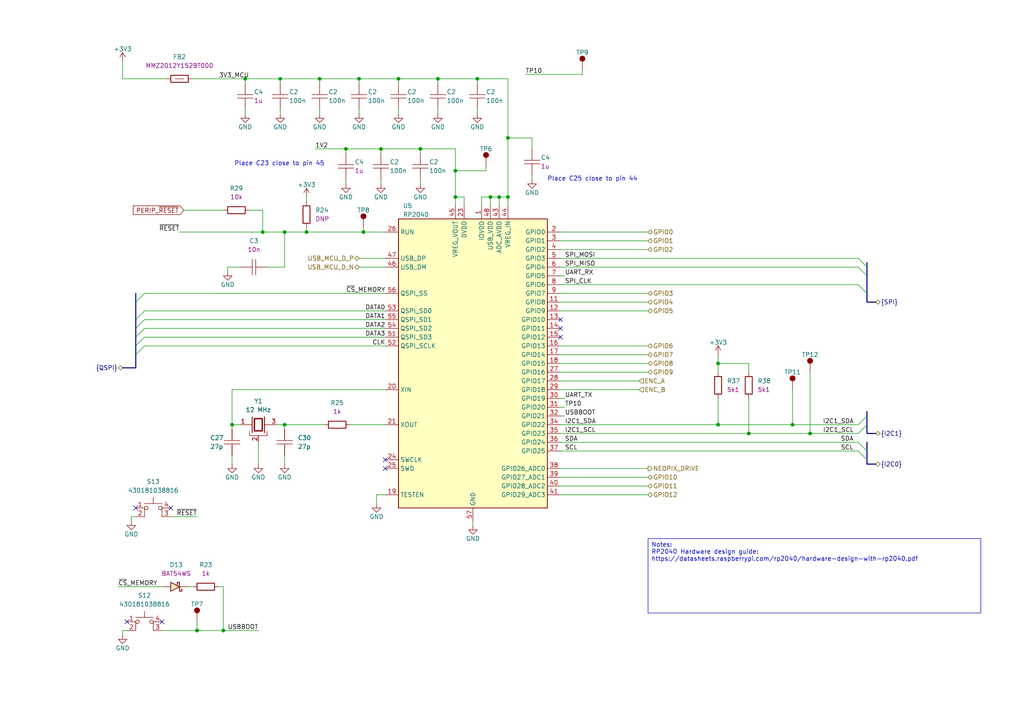
<source format=kicad_sch>
(kicad_sch (version 20231120) (generator "eeschema") (generator_version "8.0")
  (paper "A4")
  (title_block (title "Programmable Keyboard") (date "2024-04-09") (rev "2.1") (company "Kallio Designs Oy") (comment 1 "TL, NH") (comment 3 "PCB_PN"))
  (bus_alias "I2C0" (members "SDA" "SCL"))
  (bus_alias "I2C1" (members "I2C1_SDA" "I2C1_SCL"))
  (bus_alias "QSPI" (members "DATA0" "DATA1" "DATA2" "DATA3" "~{CS}_MEMORY" "CLK"))
  (bus_alias "SPI" (members "SPI_CLK" "SPI_MISO" "SPI_MOSI" "SPI_CS0"))
  (junction (at 142.24 57.15))
  (junction (at 71.12 22.86))
  (junction (at 132.08 49.53))
  (junction (at 104.14 22.86))
  (junction (at 147.32 40.005))
  (junction (at 234.95 125.73))
  (junction (at 88.9 67.31))
  (junction (at 229.87 123.19))
  (junction (at 67.31 123.19))
  (junction (at 147.32 57.15))
  (junction (at 138.43 22.86))
  (junction (at 127 22.86))
  (junction (at 82.55 123.19))
  (junction (at 57.15 182.88))
  (junction (at 144.78 57.15))
  (junction (at 208.28 105.41))
  (junction (at 217.17 125.73))
  (junction (at 92.71 22.86))
  (junction (at 132.08 57.15))
  (junction (at 100.33 43.18))
  (junction (at 105.41 67.31))
  (junction (at 121.92 43.18))
  (junction (at 115.57 22.86))
  (junction (at 81.28 22.86))
  (junction (at 110.49 43.18))
  (junction (at 64.77 182.88))
  (junction (at 208.28 123.19))
  (junction (at 82.55 67.31))
  (junction (at 76.2 67.31))
  (no_connect (at 111.76 133.35))
  (no_connect (at 39.37 147.32))
  (no_connect (at 162.56 92.71))
  (no_connect (at 111.76 135.89))
  (no_connect (at 49.53 147.32))
  (no_connect (at 36.83 180.34))
  (no_connect (at 162.56 95.25))
  (no_connect (at 46.99 180.34))
  (no_connect (at 162.56 97.79))
  (bus_entry (at 39.37 87.63) (size 2.54 -2.54))
  (bus_entry (at 248.92 82.55) (size 2.54 2.54))
  (bus_entry (at 248.92 77.47) (size 2.54 2.54))
  (bus_entry (at 39.37 102.87) (size 2.54 -2.54))
  (bus_entry (at 39.37 97.79) (size 2.54 -2.54))
  (bus_entry (at 248.92 123.19) (size 2.54 -2.54))
  (bus_entry (at 39.37 92.71) (size 2.54 -2.54))
  (bus_entry (at 39.37 100.33) (size 2.54 -2.54))
  (bus_entry (at 248.92 125.73) (size 2.54 -2.54))
  (bus_entry (at 39.37 95.25) (size 2.54 -2.54))
  (bus_entry (at 248.92 74.93) (size 2.54 2.54))
  (bus_entry (at 248.92 130.81) (size 2.54 2.54))
  (bus_entry (at 248.92 128.27) (size 2.54 2.54))
  (wire (pts (xy 110.49 43.18) (xy 121.92 43.18)))
  (wire (pts (xy 154.305 50.8) (xy 154.305 52.07)))
  (wire (pts (xy 64.77 60.96) (xy 53.34 60.96)))
  (bus (pts (xy 251.46 123.19) (xy 251.46 125.73)))
  (wire (pts (xy 71.12 31.75) (xy 71.12 33.02)))
  (wire (pts (xy 187.96 69.85) (xy 162.56 69.85)))
  (wire (pts (xy 187.96 67.31) (xy 162.56 67.31)))
  (wire (pts (xy 163.83 118.11) (xy 162.56 118.11)))
  (wire (pts (xy 137.16 152.4) (xy 137.16 151.13)))
  (wire (pts (xy 104.14 74.93) (xy 111.76 74.93)))
  (wire (pts (xy 187.96 138.43) (xy 162.56 138.43)))
  (bus (pts (xy 39.37 87.63) (xy 39.37 92.71)))
  (wire (pts (xy 162.56 113.03) (xy 185.42 113.03)))
  (wire (pts (xy 162.56 74.93) (xy 248.92 74.93)))
  (wire (pts (xy 121.92 52.07) (xy 121.92 53.34)))
  (wire (pts (xy 105.41 67.31) (xy 111.76 67.31)))
  (wire (pts (xy 147.32 57.15) (xy 144.78 57.15)))
  (wire (pts (xy 162.56 77.47) (xy 248.92 77.47)))
  (wire (pts (xy 217.17 115.57) (xy 217.17 125.73)))
  (wire (pts (xy 163.83 115.57) (xy 162.56 115.57)))
  (wire (pts (xy 41.91 85.09) (xy 111.76 85.09)))
  (wire (pts (xy 82.55 123.19) (xy 82.55 124.46)))
  (wire (pts (xy 88.9 66.04) (xy 88.9 67.31)))
  (wire (pts (xy 162.56 135.89) (xy 187.96 135.89)))
  (wire (pts (xy 187.96 87.63) (xy 162.56 87.63)))
  (wire (pts (xy 142.24 57.15) (xy 139.7 57.15)))
  (wire (pts (xy 81.28 22.86) (xy 92.71 22.86)))
  (wire (pts (xy 115.57 22.86) (xy 127 22.86)))
  (bus (pts (xy 251.46 128.27) (xy 251.46 130.81)))
  (wire (pts (xy 101.6 123.19) (xy 111.76 123.19)))
  (wire (pts (xy 208.28 123.19) (xy 229.87 123.19)))
  (wire (pts (xy 162.56 123.19) (xy 208.28 123.19)))
  (wire (pts (xy 208.28 115.57) (xy 208.28 123.19)))
  (wire (pts (xy 138.43 31.75) (xy 138.43 33.02)))
  (wire (pts (xy 187.96 143.51) (xy 162.56 143.51)))
  (wire (pts (xy 105.41 66.04) (xy 105.41 67.31)))
  (wire (pts (xy 92.71 31.75) (xy 92.71 33.02)))
  (wire (pts (xy 110.49 44.45) (xy 110.49 43.18)))
  (wire (pts (xy 81.28 24.13) (xy 81.28 22.86)))
  (wire (pts (xy 38.1 149.86) (xy 38.1 151.13)))
  (wire (pts (xy 76.2 60.96) (xy 76.2 67.31)))
  (wire (pts (xy 88.9 57.15) (xy 88.9 58.42)))
  (wire (pts (xy 82.55 67.31) (xy 88.9 67.31)))
  (wire (pts (xy 229.87 113.03) (xy 229.87 123.19)))
  (wire (pts (xy 187.96 107.95) (xy 162.56 107.95)))
  (wire (pts (xy 162.56 130.81) (xy 248.92 130.81)))
  (wire (pts (xy 49.53 149.86) (xy 57.15 149.86)))
  (wire (pts (xy 208.28 105.41) (xy 208.28 107.95)))
  (wire (pts (xy 162.56 82.55) (xy 248.92 82.55)))
  (wire (pts (xy 111.76 100.33) (xy 41.91 100.33)))
  (wire (pts (xy 121.92 44.45) (xy 121.92 43.18)))
  (wire (pts (xy 127 22.86) (xy 138.43 22.86)))
  (wire (pts (xy 127 24.13) (xy 127 22.86)))
  (wire (pts (xy 140.97 49.53) (xy 132.08 49.53)))
  (wire (pts (xy 46.99 182.88) (xy 57.15 182.88)))
  (wire (pts (xy 121.92 43.18) (xy 132.08 43.18)))
  (wire (pts (xy 208.28 102.87) (xy 208.28 105.41)))
  (wire (pts (xy 208.28 105.41) (xy 217.17 105.41)))
  (wire (pts (xy 132.08 57.15) (xy 132.08 59.69)))
  (wire (pts (xy 80.01 123.19) (xy 82.55 123.19)))
  (wire (pts (xy 111.76 95.25) (xy 41.91 95.25)))
  (wire (pts (xy 100.33 44.45) (xy 100.33 43.18)))
  (wire (pts (xy 132.08 57.15) (xy 134.62 57.15)))
  (wire (pts (xy 217.17 107.95) (xy 217.17 105.41)))
  (wire (pts (xy 104.14 22.86) (xy 115.57 22.86)))
  (wire (pts (xy 110.49 52.07) (xy 110.49 53.34)))
  (wire (pts (xy 144.78 59.69) (xy 144.78 57.15)))
  (bus (pts (xy 39.37 92.71) (xy 39.37 95.25)))
  (bus (pts (xy 254 87.63) (xy 251.46 87.63)))
  (wire (pts (xy 140.97 48.26) (xy 140.97 49.53)))
  (bus (pts (xy 39.37 100.33) (xy 39.37 102.87)))
  (wire (pts (xy 115.57 31.75) (xy 115.57 33.02)))
  (bus (pts (xy 251.46 76.2) (xy 251.46 77.47)))
  (wire (pts (xy 57.15 182.88) (xy 64.77 182.88)))
  (wire (pts (xy 139.7 57.15) (xy 139.7 59.69)))
  (wire (pts (xy 52.07 67.31) (xy 76.2 67.31)))
  (wire (pts (xy 35.56 182.88) (xy 35.56 184.15)))
  (wire (pts (xy 187.96 90.17) (xy 162.56 90.17)))
  (bus (pts (xy 39.37 97.79) (xy 39.37 100.33)))
  (bus (pts (xy 251.46 133.35) (xy 251.46 134.62)))
  (wire (pts (xy 217.17 125.73) (xy 234.95 125.73)))
  (bus (pts (xy 251.46 85.09) (xy 251.46 87.63)))
  (wire (pts (xy 57.15 180.34) (xy 57.15 182.88)))
  (wire (pts (xy 154.305 43.18) (xy 154.305 40.005)))
  (bus (pts (xy 251.46 130.81) (xy 251.46 133.35)))
  (wire (pts (xy 132.08 49.53) (xy 132.08 57.15)))
  (wire (pts (xy 142.24 59.69) (xy 142.24 57.15)))
  (wire (pts (xy 69.85 123.19) (xy 67.31 123.19)))
  (wire (pts (xy 76.2 67.31) (xy 82.55 67.31)))
  (wire (pts (xy 81.28 22.86) (xy 71.12 22.86)))
  (wire (pts (xy 132.08 49.53) (xy 132.08 43.18)))
  (wire (pts (xy 138.43 24.13) (xy 138.43 22.86)))
  (wire (pts (xy 147.32 59.69) (xy 147.32 57.15)))
  (wire (pts (xy 138.43 22.86) (xy 147.32 22.86)))
  (bus (pts (xy 251.46 80.01) (xy 251.46 85.09)))
  (wire (pts (xy 55.88 170.18) (xy 54.61 170.18)))
  (wire (pts (xy 152.4 21.59) (xy 168.91 21.59)))
  (wire (pts (xy 77.47 77.47) (xy 82.55 77.47)))
  (wire (pts (xy 163.83 80.01) (xy 162.56 80.01)))
  (wire (pts (xy 111.76 97.79) (xy 41.91 97.79)))
  (wire (pts (xy 111.76 143.51) (xy 109.22 143.51)))
  (wire (pts (xy 71.12 24.13) (xy 71.12 22.86)))
  (wire (pts (xy 82.55 77.47) (xy 82.55 67.31)))
  (wire (pts (xy 91.44 43.18) (xy 100.33 43.18)))
  (bus (pts (xy 39.37 102.87) (xy 39.37 106.68)))
  (wire (pts (xy 104.14 77.47) (xy 111.76 77.47)))
  (wire (pts (xy 67.31 123.19) (xy 67.31 124.46)))
  (wire (pts (xy 115.57 24.13) (xy 115.57 22.86)))
  (wire (pts (xy 162.56 125.73) (xy 217.17 125.73)))
  (wire (pts (xy 104.14 24.13) (xy 104.14 22.86)))
  (wire (pts (xy 92.71 24.13) (xy 92.71 22.86)))
  (wire (pts (xy 162.56 110.49) (xy 185.42 110.49)))
  (wire (pts (xy 147.32 22.86) (xy 147.32 40.005)))
  (wire (pts (xy 100.33 52.07) (xy 100.33 53.34)))
  (bus (pts (xy 251.46 77.47) (xy 251.46 80.01)))
  (wire (pts (xy 147.32 40.005) (xy 154.305 40.005)))
  (wire (pts (xy 64.77 170.18) (xy 64.77 182.88)))
  (wire (pts (xy 88.9 67.31) (xy 105.41 67.31)))
  (wire (pts (xy 104.14 31.75) (xy 104.14 33.02)))
  (wire (pts (xy 127 31.75) (xy 127 33.02)))
  (wire (pts (xy 34.29 170.18) (xy 46.99 170.18)))
  (wire (pts (xy 66.04 77.47) (xy 66.04 78.74)))
  (wire (pts (xy 55.88 22.86) (xy 71.12 22.86)))
  (wire (pts (xy 111.76 92.71) (xy 41.91 92.71)))
  (wire (pts (xy 69.85 77.47) (xy 66.04 77.47)))
  (wire (pts (xy 162.56 120.65) (xy 163.83 120.65)))
  (wire (pts (xy 111.76 113.03) (xy 67.31 113.03)))
  (wire (pts (xy 144.78 57.15) (xy 142.24 57.15)))
  (wire (pts (xy 81.28 31.75) (xy 81.28 33.02)))
  (wire (pts (xy 187.96 105.41) (xy 162.56 105.41)))
  (wire (pts (xy 134.62 59.69) (xy 134.62 57.15)))
  (wire (pts (xy 63.5 170.18) (xy 64.77 170.18)))
  (wire (pts (xy 187.96 100.33) (xy 162.56 100.33)))
  (wire (pts (xy 168.91 21.59) (xy 168.91 20.32)))
  (bus (pts (xy 251.46 120.65) (xy 251.46 123.19)))
  (wire (pts (xy 36.83 182.88) (xy 35.56 182.88)))
  (wire (pts (xy 48.26 22.86) (xy 35.56 22.86)))
  (wire (pts (xy 74.93 134.62) (xy 74.93 128.27)))
  (wire (pts (xy 162.56 128.27) (xy 248.92 128.27)))
  (bus (pts (xy 251.46 119.38) (xy 251.46 120.65)))
  (wire (pts (xy 187.96 72.39) (xy 162.56 72.39)))
  (wire (pts (xy 35.56 22.86) (xy 35.56 17.78)))
  (wire (pts (xy 111.76 90.17) (xy 41.91 90.17)))
  (bus (pts (xy 254 125.73) (xy 251.46 125.73)))
  (bus (pts (xy 39.37 106.68) (xy 35.56 106.68)))
  (wire (pts (xy 229.87 123.19) (xy 248.92 123.19)))
  (wire (pts (xy 187.96 140.97) (xy 162.56 140.97)))
  (wire (pts (xy 234.95 125.73) (xy 248.92 125.73)))
  (wire (pts (xy 234.95 107.95) (xy 234.95 125.73)))
  (bus (pts (xy 254 134.62) (xy 251.46 134.62)))
  (wire (pts (xy 187.96 102.87) (xy 162.56 102.87)))
  (wire (pts (xy 72.39 60.96) (xy 76.2 60.96)))
  (wire (pts (xy 92.71 22.86) (xy 104.14 22.86)))
  (wire (pts (xy 82.55 134.62) (xy 82.55 132.08)))
  (wire (pts (xy 100.33 43.18) (xy 110.49 43.18)))
  (wire (pts (xy 67.31 134.62) (xy 67.31 132.08)))
  (wire (pts (xy 109.22 143.51) (xy 109.22 146.05)))
  (wire (pts (xy 39.37 149.86) (xy 38.1 149.86)))
  (wire (pts (xy 187.96 85.09) (xy 162.56 85.09)))
  (wire (pts (xy 147.32 40.005) (xy 147.32 57.15)))
  (wire (pts (xy 67.31 113.03) (xy 67.31 123.19)))
  (bus (pts (xy 39.37 85.09) (xy 39.37 87.63)))
  (wire (pts (xy 82.55 123.19) (xy 93.98 123.19)))
  (bus (pts (xy 39.37 95.25) (xy 39.37 97.79)))
  (wire (pts (xy 64.77 182.88) (xy 74.93 182.88)))
  (text_box "Notes:\nRP2040 Hardware design guide:\nhttps://datasheets.raspberrypi.com/rp2040/hardware-design-with-rp2040.pdf\n" (at 187.96 156.21 0) (size 96.52 21.59) (effects (font (size 1.27 1.27)) (justify left top)))
  (text "Place C25 close to pin 44" (at 158.75 52.705 0) (effects (font (size 1.27 1.27)) (justify left bottom)))
  (text "Place C23 close to pin 45" (at 67.945 48.26 0) (effects (font (size 1.27 1.27)) (justify left bottom)))
  (label "USBBOOT" (at 163.83 120.65 0))
  (label "I2C1_SCL" (at 163.83 125.73 0))
  (label "SPI_CLK" (at 163.83 82.55 0))
  (label "SDA" (at 163.83 128.27 0))
  (label "DATA1" (at 111.76 92.71 180))
  (label "USBBOOT" (at 74.93 182.88 180))
  (label "SCL" (at 243.84 130.81 0))
  (label "TP10" (at 163.83 118.11 0))
  (label "3V3_MCU" (at 63.5 22.86 0))
  (label "~{CS}_MEMORY" (at 34.29 170.18 0))
  (label "I2C1_SCL" (at 247.65 125.73 180))
  (label "CLK" (at 111.76 100.33 180))
  (label "SCL" (at 163.83 130.81 0))
  (label "DATA0" (at 111.76 90.17 180))
  (label "UART_TX" (at 163.83 115.57 0))
  (label "DATA3" (at 111.76 97.79 180))
  (label "~{CS}_MEMORY" (at 111.76 85.09 180))
  (label "I2C1_SDA" (at 247.65 123.19 180))
  (label "DATA2" (at 111.76 95.25 180))
  (label "SPI_MOSI" (at 163.83 74.93 0))
  (label "~{RESET}" (at 52.07 67.31 180))
  (label "1V2" (at 91.44 43.18 0))
  (label "TP10" (at 152.4 21.59 0))
  (label "I2C1_SDA" (at 163.83 123.19 0))
  (label "SPI_MISO" (at 163.83 77.47 0))
  (label "UART_RX" (at 163.83 80.01 0))
  (label "SDA" (at 243.84 128.27 0))
  (label "~{RESET}" (at 57.15 149.86 180))
  (global_label "PERIP_~{RESET}" (shape input) (at 53.34 60.96 180) (property "Intersheetrefs" "${INTERSHEET_REFS}" (effects (hide yes))))
  (hierarchical_label "GPIO9" (shape bidirectional) (at 187.96 107.95 0))
  (hierarchical_label "GPIO11" (shape bidirectional) (at 187.96 140.97 0))
  (hierarchical_label "{I2C0}" (shape bidirectional) (at 254 134.62 0))
  (hierarchical_label "USB_MCU_D_P" (shape bidirectional) (at 104.14 74.93 180))
  (hierarchical_label "GPIO12" (shape bidirectional) (at 187.96 143.51 0))
  (hierarchical_label "GPIO5" (shape bidirectional) (at 187.96 90.17 0))
  (hierarchical_label "GPIO6" (shape bidirectional) (at 187.96 100.33 0))
  (hierarchical_label "GPIO8" (shape bidirectional) (at 187.96 105.41 0))
  (hierarchical_label "{I2C1}" (shape bidirectional) (at 254 125.73 0))
  (hierarchical_label "USB_MCU_D_N" (shape bidirectional) (at 104.14 77.47 180))
  (hierarchical_label "{QSPI}" (shape bidirectional) (at 35.56 106.68 180))
  (hierarchical_label "GPIO2" (shape bidirectional) (at 187.96 72.39 0))
  (hierarchical_label "ENC_B" (shape input) (at 185.42 113.03 0))
  (hierarchical_label "{SPI}" (shape bidirectional) (at 254 87.63 0))
  (hierarchical_label "GPIO1" (shape bidirectional) (at 187.96 69.85 0))
  (hierarchical_label "GPIO7" (shape bidirectional) (at 187.96 102.87 0))
  (hierarchical_label "GPIO4" (shape bidirectional) (at 187.96 87.63 0))
  (hierarchical_label "ENC_A" (shape input) (at 185.42 110.49 0))
  (hierarchical_label "GPIO10" (shape bidirectional) (at 187.96 138.43 0))
  (hierarchical_label "NEOPIX_DRIVE" (shape output) (at 187.96 135.89 0))
  (hierarchical_label "GPIO0" (shape bidirectional) (at 187.96 67.31 0))
  (hierarchical_label "GPIO3" (shape bidirectional) (at 187.96 85.09 0))
  (symbol (lib_id "KD_Capacitor:C_0603_100n_X7R_50V") (at 127 27.94 0) (unit 1)
    (property "Reference" "C2" (at 129.54 26.67 0) (effects (justify left)))
    (property "Value" "100n" (at 129.54 29.21 0) (effects (justify left)))
    (property "Footprint" "KD_Capacitor:CAPC1608X90N" (effects (hide yes)))
    (property "Datasheet" "https://mm.digikey.com/Volume0/opasdata/d220001/medias/docus/658/CL10B104KB8NNWC_Spec.pdf" (effects (hide yes)))
    (property "Manufacturer" "Samsung" (effects (hide yes)))
    (property "MFG_PartNo" "CL10B104KB8NNWC" (effects (hide yes)))
    (property "Supplier" "Digi-Key" (effects (hide yes)))
    (property "Supplier_PartNo" "1276-1935-1-ND" (effects (hide yes)))
    (property "DNP" "F" (effects (hide yes)))
    (property "Price" "0.01" (effects (hide yes)))
    (instances (project "000052 RCCON" (path "" (reference "C2") (unit 1))) (project "000018 PGKB" (path "" (reference "C34") (unit 1))))
  )
  (symbol (lib_id "KD_Connector_Pads:TestPoint_2.5mm_H0.9") (at 57.15 180.34 0) (unit 1)
    (property "Reference" "TP7" (at 57.15 175.26 0))
    (property "Value" "TP D2.5 mm H0.9mm" (effects (hide yes)))
    (property "Footprint" "KD_Connector_Pads:TestPoint_Pad_D2.5mm_H0.9mm" (effects (hide yes)))
    (property "Datasheet" "DNP" (effects (hide yes)))
    (property "Code" "DNP" (effects (hide yes)))
    (property "Manufacturer" "DNP" (effects (hide yes)))
    (property "MFG_PartNo" "DNP" (effects (hide yes)))
    (property "Supplier" "DNP" (effects (hide yes)))
    (property "Supplier_PartNo" "DNP" (effects (hide yes)))
    (property "DNP" "T" (effects (hide yes)))
    (property "Price" "0.00" (effects (hide yes)))
  )
  (symbol (lib_id "power:GND") (at 82.55 134.62 0) (mirror y) (unit 1)
    (property "Reference" "#GND05" (effects (hide yes)))
    (property "Value" "GND" (at 82.55 138.43 0))
    (instances (project "000052 RCCON" (path "" (reference "#GND05") (unit 1))) (project "000018 PGKB" (path "" (reference "#GND023") (unit 1))))
  )
  (symbol (lib_id "power:GND") (at 71.12 33.02 0) (mirror y) (unit 1)
    (property "Reference" "#GND04" (effects (hide yes)))
    (property "Value" "GND" (at 71.12 36.83 0))
    (instances (project "000052 RCCON" (path "" (reference "#GND04") (unit 1))) (project "000018 PGKB" (path "" (reference "#GND020") (unit 1))))
  )
  (symbol (lib_id "KD_IC_MCU:RPi_RP2040") (at 137.16 102.87 0) (unit 1)
    (property "Reference" "U5" (at 116.84 59.69 0) (effects (justify left)))
    (property "Value" "RP2040" (at 116.84 62.23 0) (effects (justify left)))
    (property "Footprint" "Package_DFN_QFN:QFN-56-1EP_7x7mm_P0.4mm_EP3.2x3.2mm" (effects (hide yes)))
    (property "Datasheet" "datasheet" (effects (hide yes)))
    (property "Manufacturer" "Raspberry Pi" (effects (hide yes)))
    (property "MFG_PartNo" "SC0914(13)" (effects (hide yes)))
    (property "Supplier" "Digi-Key" (effects (hide yes)))
    (property "Supplier_PartNo" "2648-SC0914(13)CT-ND" (effects (hide yes)))
    (property "DNP" "F" (effects (hide yes)))
    (property "Price" "0.66" (effects (hide yes)))
  )
  (symbol (lib_id "power:GND") (at 127 33.02 0) (mirror y) (unit 1)
    (property "Reference" "#GND02" (effects (hide yes)))
    (property "Value" "GND" (at 127 36.83 0))
    (instances (project "000052 RCCON" (path "" (reference "#GND02") (unit 1))) (project "000018 PGKB" (path "" (reference "#GND028") (unit 1))))
  )
  (symbol (lib_id "KD_Capacitor:C_0603_100n_X7R_50V") (at 92.71 27.94 0) (unit 1)
    (property "Reference" "C2" (at 95.25 26.67 0) (effects (justify left)))
    (property "Value" "100n" (at 95.25 29.21 0) (effects (justify left)))
    (property "Footprint" "KD_Capacitor:CAPC1608X90N" (effects (hide yes)))
    (property "Datasheet" "https://mm.digikey.com/Volume0/opasdata/d220001/medias/docus/658/CL10B104KB8NNWC_Spec.pdf" (effects (hide yes)))
    (property "Manufacturer" "Samsung" (effects (hide yes)))
    (property "MFG_PartNo" "CL10B104KB8NNWC" (effects (hide yes)))
    (property "Supplier" "Digi-Key" (effects (hide yes)))
    (property "Supplier_PartNo" "1276-1935-1-ND" (effects (hide yes)))
    (property "DNP" "F" (effects (hide yes)))
    (property "Price" "0.01" (effects (hide yes)))
    (instances (project "000052 RCCON" (path "" (reference "C2") (unit 1))) (project "000018 PGKB" (path "" (reference "C31") (unit 1))))
  )
  (symbol (lib_id "KD_Resistor:R_0603_5100_1%") (at 208.28 111.76 0) (unit 1)
    (property "Reference" "R37" (at 210.82 110.49 0) (effects (justify left)))
    (property "Value" "R_0603_5100_1%" (effects (hide yes)))
    (property "Footprint" "KD_Resistor:RESC1608X55N" (effects (hide yes)))
    (property "Datasheet" "https://www.seielect.com/catalog/sei-rmcf_rmcp.pdf" (effects (hide yes)))
    (property "Code" "5k1" (at 210.82 113.03 0) (effects (justify left)))
    (property "Manufacturer" "Stackpole Electronics Inc" (effects (hide yes)))
    (property "MFG_PartNo" "RMCF0603JT5K10" (effects (hide yes)))
    (property "Supplier" "Digi-Key" (effects (hide yes)))
    (property "Supplier_PartNo" "RMCF0603JT5K10CT-ND" (effects (hide yes)))
    (property "DNP" "F" (effects (hide yes)))
    (property "Price" "0.01" (effects (hide yes)))
    (instances (project "000052 RCCON" (path "" (reference "R37") (unit 1))) (project "000018 PGKB" (path "" (reference "R26") (unit 1))))
  )
  (symbol (lib_id "power:GND") (at 115.57 33.02 0) (mirror y) (unit 1)
    (property "Reference" "#GND02" (effects (hide yes)))
    (property "Value" "GND" (at 115.57 36.83 0))
    (instances (project "000052 RCCON" (path "" (reference "#GND02") (unit 1))) (project "000018 PGKB" (path "" (reference "#GND027") (unit 1))))
  )
  (symbol (lib_id "power:GND") (at 35.56 184.15 0) (mirror y) (unit 1)
    (property "Reference" "#GND052" (effects (hide yes)))
    (property "Value" "GND" (at 35.56 187.96 0))
    (instances (project "000052 RCCON" (path "" (reference "#GND052") (unit 1))) (project "000018 PGKB" (path "" (reference "#GND013") (unit 1))))
  )
  (symbol (lib_id "power:GND") (at 81.28 33.02 0) (mirror y) (unit 1)
    (property "Reference" "#GND02" (effects (hide yes)))
    (property "Value" "GND" (at 81.28 36.83 0))
    (instances (project "000052 RCCON" (path "" (reference "#GND02") (unit 1))) (project "000018 PGKB" (path "" (reference "#GND022") (unit 1))))
  )
  (symbol (lib_id "KD_Capacitor:C_0805_1u_X7R_25V") (at 154.305 46.99 0) (unit 1)
    (property "Reference" "C4" (at 156.845 45.72 0) (effects (justify left)))
    (property "Value" "1u" (effects (hide yes)))
    (property "Footprint" "KD_Capacitor:CAPC2012X135N" (effects (hide yes)))
    (property "Datasheet" "https://mm.digikey.com/Volume0/opasdata/d220001/medias/docus/1105/CL21B105KAFNNNE_Spec.pdf" (effects (hide yes)))
    (property "Code" "1u" (at 156.845 48.26 0) (effects (justify left)))
    (property "Manufacturer" "Samsung Electro-Mechanics" (effects (hide yes)))
    (property "MFG_PartNo" "CL21B105KAFNNNE" (effects (hide yes)))
    (property "Supplier" "Digi-Key" (effects (hide yes)))
    (property "Supplier_PartNo" "1276-1066-1-ND" (effects (hide yes)))
    (property "DNP" "F" (effects (hide yes)))
    (property "Price" "0.03" (effects (hide yes)))
    (instances (project "000052 RCCON" (path "" (reference "C4") (unit 1))) (project "000018 PGKB" (path "" (reference "C25") (unit 1))))
  )
  (symbol (lib_id "KD_Switch:Button_tactile_45x38_430181038816") (at 41.91 180.34 0) (unit 1)
    (property "Reference" "S12" (at 41.91 172.72 0))
    (property "Value" "430181038816" (at 41.91 175.26 0))
    (property "Footprint" "KD_Switch:SW_Push_1P1T_NO_Wurth_430181038816" (effects (hide yes)))
    (property "Datasheet" "https://www.mouser.fi/datasheet/2/445/430181038816-1717160.pdf" (effects (hide yes)))
    (property "Manufacturer" "Wurth Elektronik" (effects (hide yes)))
    (property "MFG_PartNo" "430181038816" (effects (hide yes)))
    (property "Supplier" "Mouser" (effects (hide yes)))
    (property "Supplier_PartNo" "710-430181038816" (effects (hide yes)))
    (property "DNP" "F" (effects (hide yes)))
    (property "Price" "0.5" (effects (hide yes)))
  )
  (symbol (lib_id "power:GND") (at 154.305 52.07 0) (mirror y) (unit 1)
    (property "Reference" "#GND04" (effects (hide yes)))
    (property "Value" "GND" (at 154.305 55.88 0))
    (instances (project "000052 RCCON" (path "" (reference "#GND04") (unit 1))) (project "000018 PGKB" (path "" (reference "#GND017") (unit 1))))
  )
  (symbol (lib_id "power:GND") (at 109.22 146.05 0) (mirror y) (unit 1)
    (property "Reference" "#GND06" (effects (hide yes)))
    (property "Value" "GND" (at 109.22 149.86 0))
    (instances (project "000052 RCCON" (path "" (reference "#GND06") (unit 1))) (project "000018 PGKB" (path "" (reference "#GND026") (unit 1))))
  )
  (symbol (lib_id "KD_Capacitor:C_0603_100n_X7R_50V") (at 121.92 48.26 0) (unit 1)
    (property "Reference" "C2" (at 124.46 46.99 0) (effects (justify left)))
    (property "Value" "100n" (at 124.46 49.53 0) (effects (justify left)))
    (property "Footprint" "KD_Capacitor:CAPC1608X90N" (effects (hide yes)))
    (property "Datasheet" "https://mm.digikey.com/Volume0/opasdata/d220001/medias/docus/658/CL10B104KB8NNWC_Spec.pdf" (effects (hide yes)))
    (property "Manufacturer" "Samsung" (effects (hide yes)))
    (property "MFG_PartNo" "CL10B104KB8NNWC" (effects (hide yes)))
    (property "Supplier" "Digi-Key" (effects (hide yes)))
    (property "Supplier_PartNo" "1276-1935-1-ND" (effects (hide yes)))
    (property "DNP" "F" (effects (hide yes)))
    (property "Price" "0.01" (effects (hide yes)))
    (instances (project "000052 RCCON" (path "" (reference "C2") (unit 1))) (project "000018 PGKB" (path "" (reference "C26") (unit 1))))
  )
  (symbol (lib_id "power:GND") (at 138.43 33.02 0) (mirror y) (unit 1)
    (property "Reference" "#GND02" (effects (hide yes)))
    (property "Value" "GND" (at 138.43 36.83 0))
    (instances (project "000052 RCCON" (path "" (reference "#GND02") (unit 1))) (project "000018 PGKB" (path "" (reference "#GND030") (unit 1))))
  )
  (symbol (lib_id "KD_Connector_Pads:TestPoint_2.5mm_H0.9") (at 140.97 48.26 0) (unit 1)
    (property "Reference" "TP6" (at 140.97 43.18 0))
    (property "Value" "TP D2.5 mm H0.9mm" (effects (hide yes)))
    (property "Footprint" "KD_Connector_Pads:TestPoint_Pad_D2.5mm_H0.9mm" (effects (hide yes)))
    (property "Datasheet" "DNP" (effects (hide yes)))
    (property "Code" "DNP" (effects (hide yes)))
    (property "Manufacturer" "DNP" (effects (hide yes)))
    (property "MFG_PartNo" "DNP" (effects (hide yes)))
    (property "Supplier" "DNP" (effects (hide yes)))
    (property "Supplier_PartNo" "DNP" (effects (hide yes)))
    (property "DNP" "T" (effects (hide yes)))
    (property "Price" "0.00" (effects (hide yes)))
  )
  (symbol (lib_id "KD_Connector_Pads:TestPoint_2.5mm_H0.9") (at 234.95 107.95 0) (unit 1)
    (property "Reference" "TP12" (at 234.95 102.87 0))
    (property "Value" "TP D2.5 mm H0.9mm" (effects (hide yes)))
    (property "Footprint" "KD_Connector_Pads:TestPoint_Pad_D2.5mm_H0.9mm" (effects (hide yes)))
    (property "Datasheet" "DNP" (effects (hide yes)))
    (property "Code" "DNP" (effects (hide yes)))
    (property "Manufacturer" "DNP" (effects (hide yes)))
    (property "MFG_PartNo" "DNP" (effects (hide yes)))
    (property "Supplier" "DNP" (effects (hide yes)))
    (property "Supplier_PartNo" "DNP" (effects (hide yes)))
    (property "DNP" "T" (effects (hide yes)))
    (property "Price" "0.00" (effects (hide yes)))
  )
  (symbol (lib_id "KD_Connector_Pads:TestPoint_1.5mm_Round") (at 168.91 20.32 0) (unit 1)
    (property "Reference" "TP9" (at 168.91 15.24 0))
    (property "Value" "TestPoint_1.5mm_Round" (effects (hide yes)))
    (property "Footprint" "KD_Connector_Pads:TestPoint_Pad_D1.5mm" (effects (hide yes)))
    (property "Datasheet" "DNP" (effects (hide yes)))
    (property "Code" "DNP" (effects (hide yes)))
    (property "Manufacturer" "DNP" (effects (hide yes)))
    (property "MFG_PartNo" "DNP" (effects (hide yes)))
    (property "Supplier" "DNP" (effects (hide yes)))
    (property "Supplier_PartNo" "DNP" (effects (hide yes)))
    (property "DNP" "T" (effects (hide yes)))
    (property "Price" "0.00" (effects (hide yes)))
  )
  (symbol (lib_id "KD_Capacitor:C_0603_100n_X7R_50V") (at 104.14 27.94 0) (unit 1)
    (property "Reference" "C2" (at 106.68 26.67 0) (effects (justify left)))
    (property "Value" "100n" (at 106.68 29.21 0) (effects (justify left)))
    (property "Footprint" "KD_Capacitor:CAPC1608X90N" (effects (hide yes)))
    (property "Datasheet" "https://mm.digikey.com/Volume0/opasdata/d220001/medias/docus/658/CL10B104KB8NNWC_Spec.pdf" (effects (hide yes)))
    (property "Manufacturer" "Samsung" (effects (hide yes)))
    (property "MFG_PartNo" "CL10B104KB8NNWC" (effects (hide yes)))
    (property "Supplier" "Digi-Key" (effects (hide yes)))
    (property "Supplier_PartNo" "1276-1935-1-ND" (effects (hide yes)))
    (property "DNP" "F" (effects (hide yes)))
    (property "Price" "0.01" (effects (hide yes)))
    (instances (project "000052 RCCON" (path "" (reference "C2") (unit 1))) (project "000018 PGKB" (path "" (reference "C32") (unit 1))))
  )
  (symbol (lib_id "power:+3V3") (at 208.28 102.87 0) (unit 1)
    (property "Reference" "#+3V07" (effects (hide yes)))
    (property "Value" "+3V3" (at 208.28 99.314 0))
    (instances (project "000052 RCCON" (path "" (reference "#+3V07") (unit 1))) (project "000018 PGKB" (path "" (reference "#+3V06") (unit 1))))
  )
  (symbol (lib_id "KD_Capacitor:C_0603_10n_X7R_100V") (at 73.66 77.47 90) (unit 1)
    (property "Reference" "C3" (at 73.66 69.85 90))
    (property "Value" "10n" (effects (hide yes)))
    (property "Footprint" "KD_Capacitor:CAPC1608X90N" (effects (hide yes)))
    (property "Datasheet" "datasheet" (effects (hide yes)))
    (property "Code" "10n" (at 73.66 72.39 90))
    (property "Manufacturer" "TDK Corporation" (effects (hide yes)))
    (property "MFG_PartNo" "C1608X7R2A103K080AA" (effects (hide yes)))
    (property "Supplier" "Digi-Key" (effects (hide yes)))
    (property "Supplier_PartNo" "445-1304-1-ND" (effects (hide yes)))
    (property "DNP" "F" (effects (hide yes)))
    (property "Price" "0.05" (effects (hide yes)))
  )
  (symbol (lib_id "KD_Resistor:R_0603_5100_1%") (at 217.17 111.76 0) (unit 1)
    (property "Reference" "R38" (at 219.71 110.49 0) (effects (justify left)))
    (property "Value" "R_0603_5100_1%" (effects (hide yes)))
    (property "Footprint" "KD_Resistor:RESC1608X55N" (effects (hide yes)))
    (property "Datasheet" "https://www.seielect.com/catalog/sei-rmcf_rmcp.pdf" (effects (hide yes)))
    (property "Code" "5k1" (at 219.71 113.03 0) (effects (justify left)))
    (property "Manufacturer" "Stackpole Electronics Inc" (effects (hide yes)))
    (property "MFG_PartNo" "RMCF0603JT5K10" (effects (hide yes)))
    (property "Supplier" "Digi-Key" (effects (hide yes)))
    (property "Supplier_PartNo" "RMCF0603JT5K10CT-ND" (effects (hide yes)))
    (property "DNP" "F" (effects (hide yes)))
    (property "Price" "0.01" (effects (hide yes)))
    (instances (project "000052 RCCON" (path "" (reference "R38") (unit 1))) (project "000018 PGKB" (path "" (reference "R27") (unit 1))))
  )
  (symbol (lib_id "power:GND") (at 92.71 33.02 0) (mirror y) (unit 1)
    (property "Reference" "#GND02" (effects (hide yes)))
    (property "Value" "GND" (at 92.71 36.83 0))
    (instances (project "000052 RCCON" (path "" (reference "#GND02") (unit 1))) (project "000018 PGKB" (path "" (reference "#GND024") (unit 1))))
  )
  (symbol (lib_id "KD_Oscillator:Crystal_12M_RH100-12.000-18-2020-EXT-TR") (at 74.93 123.19 0) (unit 1)
    (property "Reference" "Y1" (at 74.93 116.332 0))
    (property "Value" "12 MHz" (at 74.93 118.872 0))
    (property "Footprint" "KD_Oscillator:OSCCC320X250X70_M" (effects (hide yes)))
    (property "Datasheet" "https://www.raltron.com/webproducts/specs/CRYSTAL/RH100-12.000-18-2020-EXT-TR.pdf" (effects (hide yes)))
    (property "Manufacturer" "Raltron Electronics" (effects (hide yes)))
    (property "MFG_PartNo" "RH100-12.000-18-2020-EXT-TR" (effects (hide yes)))
    (property "Supplier" "Digi-Key" (effects (hide yes)))
    (property "Supplier_PartNo" "2151-RH100-12.000-18-2020-EXT-TRCT-ND" (effects (hide yes)))
    (property "DNP" "F" (effects (hide yes)))
    (property "Price" "0.2" (effects (hide yes)))
  )
  (symbol (lib_id "KD_Connector_Pads:TestPoint_2.5mm_H0.9") (at 105.41 66.04 0) (unit 1)
    (property "Reference" "TP8" (at 105.41 60.96 0))
    (property "Value" "TP D2.5 mm H0.9mm" (effects (hide yes)))
    (property "Footprint" "KD_Connector_Pads:TestPoint_Pad_D2.5mm_H0.9mm" (effects (hide yes)))
    (property "Datasheet" "DNP" (effects (hide yes)))
    (property "Code" "DNP" (effects (hide yes)))
    (property "Manufacturer" "DNP" (effects (hide yes)))
    (property "MFG_PartNo" "DNP" (effects (hide yes)))
    (property "Supplier" "DNP" (effects (hide yes)))
    (property "Supplier_PartNo" "DNP" (effects (hide yes)))
    (property "DNP" "T" (effects (hide yes)))
    (property "Price" "0.00" (effects (hide yes)))
  )
  (symbol (lib_id "KD_Switch:Button_tactile_45x38_430181038816") (at 44.45 147.32 0) (unit 1)
    (property "Reference" "S13" (at 44.45 139.7 0))
    (property "Value" "430181038816" (at 44.45 142.24 0))
    (property "Footprint" "KD_Switch:SW_Push_1P1T_NO_Wurth_430181038816" (effects (hide yes)))
    (property "Datasheet" "https://www.mouser.fi/datasheet/2/445/430181038816-1717160.pdf" (effects (hide yes)))
    (property "Manufacturer" "Wurth Elektronik" (effects (hide yes)))
    (property "MFG_PartNo" "430181038816" (effects (hide yes)))
    (property "Supplier" "Mouser" (effects (hide yes)))
    (property "Supplier_PartNo" "710-430181038816" (effects (hide yes)))
    (property "DNP" "F" (effects (hide yes)))
    (property "Price" "0.5" (effects (hide yes)))
  )
  (symbol (lib_id "power:+3V3") (at 88.9 57.15 0) (unit 1)
    (property "Reference" "#+3V02" (effects (hide yes)))
    (property "Value" "+3V3" (at 88.9 53.594 0))
    (instances (project "000052 RCCON" (path "" (reference "#+3V02") (unit 1))) (project "000018 PGKB" (path "" (reference "#+3V05") (unit 1))))
  )
  (symbol (lib_id "power:GND") (at 74.93 134.62 0) (mirror y) (unit 1)
    (property "Reference" "#GND05" (effects (hide yes)))
    (property "Value" "GND" (at 74.93 138.43 0))
    (instances (project "000052 RCCON" (path "" (reference "#GND05") (unit 1))) (project "000018 PGKB" (path "" (reference "#GND021") (unit 1))))
  )
  (symbol (lib_id "KD_Capacitor:C_0603_100n_X7R_50V") (at 115.57 27.94 0) (unit 1)
    (property "Reference" "C2" (at 118.11 26.67 0) (effects (justify left)))
    (property "Value" "100n" (at 118.11 29.21 0) (effects (justify left)))
    (property "Footprint" "KD_Capacitor:CAPC1608X90N" (effects (hide yes)))
    (property "Datasheet" "https://mm.digikey.com/Volume0/opasdata/d220001/medias/docus/658/CL10B104KB8NNWC_Spec.pdf" (effects (hide yes)))
    (property "Manufacturer" "Samsung" (effects (hide yes)))
    (property "MFG_PartNo" "CL10B104KB8NNWC" (effects (hide yes)))
    (property "Supplier" "Digi-Key" (effects (hide yes)))
    (property "Supplier_PartNo" "1276-1935-1-ND" (effects (hide yes)))
    (property "DNP" "F" (effects (hide yes)))
    (property "Price" "0.01" (effects (hide yes)))
    (instances (project "000052 RCCON" (path "" (reference "C2") (unit 1))) (project "000018 PGKB" (path "" (reference "C33") (unit 1))))
  )
  (symbol (lib_id "KD_Resistor:R_0603_1k_1%") (at 59.69 170.18 90) (unit 1)
    (property "Reference" "R23" (at 59.69 163.83 90))
    (property "Value" "1k" (effects (hide yes)))
    (property "Footprint" "KD_Resistor:RESC1608X55N" (effects (hide yes)))
    (property "Datasheet" "https://www.seielect.com/Catalog/SEI-RMCF_RMCP.pdf" (effects (hide yes)))
    (property "Code" "1k" (at 59.69 166.37 90))
    (property "Manufacturer" "Stackpole Electronics Inc" (effects (hide yes)))
    (property "MFG_PartNo" "RMCF0603JT1K00" (effects (hide yes)))
    (property "Supplier" "Digi-Key" (effects (hide yes)))
    (property "Supplier_PartNo" "RMCF0603JT1K00CT-ND" (effects (hide yes)))
    (property "DNP" "F" (effects (hide yes)))
    (property "Price" "0.01" (effects (hide yes)))
  )
  (symbol (lib_id "power:+3V3") (at 35.56 17.78 0) (unit 1)
    (property "Reference" "#+3V02" (effects (hide yes)))
    (property "Value" "+3V3" (at 35.56 14.224 0))
    (instances (project "000052 RCCON" (path "" (reference "#+3V02") (unit 1))) (project "000018 PGKB" (path "" (reference "#+3V04") (unit 1))))
  )
  (symbol (lib_id "power:GND") (at 100.33 53.34 0) (mirror y) (unit 1)
    (property "Reference" "#GND04" (effects (hide yes)))
    (property "Value" "GND" (at 100.33 57.15 0))
    (instances (project "000052 RCCON" (path "" (reference "#GND04") (unit 1))) (project "000018 PGKB" (path "" (reference "#GND015") (unit 1))))
  )
  (symbol (lib_id "KD_Inductor:Ferrite_500mA_TDK_MMZ2012Y152BT000") (at 52.07 22.86 90) (unit 1)
    (property "Reference" "FB2" (at 52.07 16.51 90))
    (property "Value" "Ferrite_500mA_TDK_MMZ2012Y152BT000" (effects (hide yes)))
    (property "Footprint" "KD_Inductor:INDC2016X100N" (effects (hide yes)))
    (property "Datasheet" "https://product.tdk.com/en/system/files?file=dam/doc/product/emc/emc/beads/catalog/beads_commercial_signal_mmz2012_en.pdf" (effects (hide yes)))
    (property "Code" "MMZ2012Y152BT000" (at 52.07 19.05 90))
    (property "Manufacturer" "Abracon LLC" (effects (hide yes)))
    (property "MFG_PartNo" "MMZ2012Y152BT000" (effects (hide yes)))
    (property "Supplier" "Digi-Key" (effects (hide yes)))
    (property "Supplier_PartNo" "445-MMZ2012Y152BT000CT-ND" (effects (hide yes)))
    (property "DNP" "F" (effects (hide yes)))
    (property "Price" "0.10" (effects (hide yes)))
  )
  (symbol (lib_id "KD_Capacitor:C_0603_100n_X7R_50V") (at 110.49 48.26 0) (unit 1)
    (property "Reference" "C2" (at 113.03 46.99 0) (effects (justify left)))
    (property "Value" "100n" (at 113.03 49.53 0) (effects (justify left)))
    (property "Footprint" "KD_Capacitor:CAPC1608X90N" (effects (hide yes)))
    (property "Datasheet" "https://mm.digikey.com/Volume0/opasdata/d220001/medias/docus/658/CL10B104KB8NNWC_Spec.pdf" (effects (hide yes)))
    (property "Manufacturer" "Samsung" (effects (hide yes)))
    (property "MFG_PartNo" "CL10B104KB8NNWC" (effects (hide yes)))
    (property "Supplier" "Digi-Key" (effects (hide yes)))
    (property "Supplier_PartNo" "1276-1935-1-ND" (effects (hide yes)))
    (property "DNP" "F" (effects (hide yes)))
    (property "Price" "0.01" (effects (hide yes)))
    (instances (project "000052 RCCON" (path "" (reference "C2") (unit 1))) (project "000018 PGKB" (path "" (reference "C24") (unit 1))))
  )
  (symbol (lib_id "KD_Capacitor:C_0603_100n_X7R_50V") (at 138.43 27.94 0) (unit 1)
    (property "Reference" "C2" (at 140.97 26.67 0) (effects (justify left)))
    (property "Value" "100n" (at 140.97 29.21 0) (effects (justify left)))
    (property "Footprint" "KD_Capacitor:CAPC1608X90N" (effects (hide yes)))
    (property "Datasheet" "https://mm.digikey.com/Volume0/opasdata/d220001/medias/docus/658/CL10B104KB8NNWC_Spec.pdf" (effects (hide yes)))
    (property "Manufacturer" "Samsung" (effects (hide yes)))
    (property "MFG_PartNo" "CL10B104KB8NNWC" (effects (hide yes)))
    (property "Supplier" "Digi-Key" (effects (hide yes)))
    (property "Supplier_PartNo" "1276-1935-1-ND" (effects (hide yes)))
    (property "DNP" "F" (effects (hide yes)))
    (property "Price" "0.01" (effects (hide yes)))
    (instances (project "000052 RCCON" (path "" (reference "C2") (unit 1))) (project "000018 PGKB" (path "" (reference "C35") (unit 1))))
  )
  (symbol (lib_id "KD_Resistor:R_0603_DNP") (at 88.9 62.23 180) (unit 1)
    (property "Reference" "R24" (at 91.44 60.96 0) (effects (justify right)))
    (property "Value" "R_0603_DNP" (effects (hide yes)))
    (property "Footprint" "KD_Resistor:RESC1608X55N_DNP" (effects (hide yes)))
    (property "Code" "DNP" (at 91.44 63.5 0) (effects (justify right)))
    (property "Manufacturer" "DNP" (effects (hide yes)))
    (property "MFG_PartNo" "DNP" (effects (hide yes)))
    (property "Supplier" "DNP" (effects (hide yes)))
    (property "Supplier_PartNo" "DNP" (effects (hide yes)))
    (property "DNP" "T" (effects (hide yes)))
    (property "Price" "0.00" (effects (hide yes)))
  )
  (symbol (lib_id "KD_Capacitor:C_0603_27p_NP0_5%_50V") (at 67.31 128.27 0) (unit 1)
    (property "Reference" "C27" (at 60.96 127 0) (effects (justify left)))
    (property "Value" "27p" (at 60.96 129.54 0) (effects (justify left)))
    (property "Footprint" "KD_Capacitor:CAPC1608X90N" (effects (hide yes)))
    (property "Datasheet" "http://www.passivecomponent.com/wp-content/uploads/datasheet/WTC_MLCC_General_Purpose.pdf" (effects (hide yes)))
    (property "Manufacturer" "Walsin Technology Corporation" (effects (hide yes)))
    (property "MFG_PartNo" "0603N270J500CT" (effects (hide yes)))
    (property "Supplier" "Digi-Key" (effects (hide yes)))
    (property "Supplier_PartNo" "1292-1511-1-ND" (effects (hide yes)))
    (property "DNP" "F" (effects (hide yes)))
    (property "Price" "0.05" (effects (hide yes)))
  )
  (symbol (lib_id "power:GND") (at 38.1 151.13 0) (mirror y) (unit 1)
    (property "Reference" "#GND052" (effects (hide yes)))
    (property "Value" "GND" (at 38.1 154.94 0))
    (instances (project "000052 RCCON" (path "" (reference "#GND052") (unit 1))) (project "000018 PGKB" (path "" (reference "#GND014") (unit 1))))
  )
  (symbol (lib_id "power:GND") (at 66.04 78.74 0) (mirror y) (unit 1)
    (property "Reference" "#GND04" (effects (hide yes)))
    (property "Value" "GND" (at 66.04 82.55 0))
    (instances (project "000052 RCCON" (path "" (reference "#GND04") (unit 1))) (project "000018 PGKB" (path "" (reference "#GND038") (unit 1))))
  )
  (symbol (lib_id "power:GND") (at 104.14 33.02 0) (mirror y) (unit 1)
    (property "Reference" "#GND02" (effects (hide yes)))
    (property "Value" "GND" (at 104.14 36.83 0))
    (instances (project "000052 RCCON" (path "" (reference "#GND02") (unit 1))) (project "000018 PGKB" (path "" (reference "#GND025") (unit 1))))
  )
  (symbol (lib_id "KD_Capacitor:C_0603_100n_X7R_50V") (at 81.28 27.94 0) (unit 1)
    (property "Reference" "C2" (at 83.82 26.67 0) (effects (justify left)))
    (property "Value" "100n" (at 83.82 29.21 0) (effects (justify left)))
    (property "Footprint" "KD_Capacitor:CAPC1608X90N" (effects (hide yes)))
    (property "Datasheet" "https://mm.digikey.com/Volume0/opasdata/d220001/medias/docus/658/CL10B104KB8NNWC_Spec.pdf" (effects (hide yes)))
    (property "Manufacturer" "Samsung" (effects (hide yes)))
    (property "MFG_PartNo" "CL10B104KB8NNWC" (effects (hide yes)))
    (property "Supplier" "Digi-Key" (effects (hide yes)))
    (property "Supplier_PartNo" "1276-1935-1-ND" (effects (hide yes)))
    (property "DNP" "F" (effects (hide yes)))
    (property "Price" "0.01" (effects (hide yes)))
    (instances (project "000052 RCCON" (path "" (reference "C2") (unit 1))) (project "000018 PGKB" (path "" (reference "C29") (unit 1))))
  )
  (symbol (lib_id "KD_Capacitor:C_0805_1u_X7R_25V") (at 71.12 27.94 0) (unit 1)
    (property "Reference" "C4" (at 73.66 26.67 0) (effects (justify left)))
    (property "Value" "1u" (effects (hide yes)))
    (property "Footprint" "KD_Capacitor:CAPC2012X135N" (effects (hide yes)))
    (property "Datasheet" "https://mm.digikey.com/Volume0/opasdata/d220001/medias/docus/1105/CL21B105KAFNNNE_Spec.pdf" (effects (hide yes)))
    (property "Code" "1u" (at 73.66 29.21 0) (effects (justify left)))
    (property "Manufacturer" "Samsung Electro-Mechanics" (effects (hide yes)))
    (property "MFG_PartNo" "CL21B105KAFNNNE" (effects (hide yes)))
    (property "Supplier" "Digi-Key" (effects (hide yes)))
    (property "Supplier_PartNo" "1276-1066-1-ND" (effects (hide yes)))
    (property "DNP" "F" (effects (hide yes)))
    (property "Price" "0.03" (effects (hide yes)))
    (instances (project "000052 RCCON" (path "" (reference "C4") (unit 1))) (project "000018 PGKB" (path "" (reference "C28") (unit 1))))
  )
  (symbol (lib_id "KD_Connector_Pads:TestPoint_2.5mm_H0.9") (at 229.87 113.03 0) (unit 1)
    (property "Reference" "TP11" (at 229.87 107.95 0))
    (property "Value" "TP D2.5 mm H0.9mm" (effects (hide yes)))
    (property "Footprint" "KD_Connector_Pads:TestPoint_Pad_D2.5mm_H0.9mm" (effects (hide yes)))
    (property "Datasheet" "DNP" (effects (hide yes)))
    (property "Code" "DNP" (effects (hide yes)))
    (property "Manufacturer" "DNP" (effects (hide yes)))
    (property "MFG_PartNo" "DNP" (effects (hide yes)))
    (property "Supplier" "DNP" (effects (hide yes)))
    (property "Supplier_PartNo" "DNP" (effects (hide yes)))
    (property "DNP" "T" (effects (hide yes)))
    (property "Price" "0.00" (effects (hide yes)))
  )
  (symbol (lib_id "KD_Diode:Schottky_30V_200mA_DCo_BAT54WS") (at 50.8 170.18 180) (unit 1)
    (property "Reference" "D13" (at 51.1175 163.83 0))
    (property "Value" "Schottky_30V_200mA_DCo_BAT54WS" (effects (hide yes)))
    (property "Footprint" "KD_Diode:D_SOD-323" (effects (hide yes)))
    (property "Datasheet" "https://diotec.com/tl_files/diotec/files/pdf/datasheets/bat54ws.pdf" (effects (hide yes)))
    (property "Code" "BAT54WS" (at 51.1175 166.37 0))
    (property "Manufacturer" "DComponents" (effects (hide yes)))
    (property "MFG_PartNo" "BAT54WS" (effects (hide yes)))
    (property "Supplier" "Digi-Key" (effects (hide yes)))
    (property "Supplier_PartNo" "2721-BAT54WSTR-ND" (effects (hide yes)))
    (property "DNP" "F" (effects (hide yes)))
    (property "Price" "0.05" (effects (hide yes)))
  )
  (symbol (lib_id "KD_Capacitor:C_0603_27p_NP0_5%_50V") (at 82.55 128.27 0) (unit 1)
    (property "Reference" "C30" (at 86.36 127 0) (effects (justify left)))
    (property "Value" "27p" (at 86.36 129.54 0) (effects (justify left)))
    (property "Footprint" "KD_Capacitor:CAPC1608X90N" (effects (hide yes)))
    (property "Datasheet" "http://www.passivecomponent.com/wp-content/uploads/datasheet/WTC_MLCC_General_Purpose.pdf" (effects (hide yes)))
    (property "Manufacturer" "Walsin Technology Corporation" (effects (hide yes)))
    (property "MFG_PartNo" "0603N270J500CT" (effects (hide yes)))
    (property "Supplier" "Digi-Key" (effects (hide yes)))
    (property "Supplier_PartNo" "1292-1511-1-ND" (effects (hide yes)))
    (property "DNP" "F" (effects (hide yes)))
    (property "Price" "0.05" (effects (hide yes)))
  )
  (symbol (lib_id "KD_Capacitor:C_0805_1u_X7R_25V") (at 100.33 48.26 0) (unit 1)
    (property "Reference" "C4" (at 102.87 46.99 0) (effects (justify left)))
    (property "Value" "1u" (effects (hide yes)))
    (property "Footprint" "KD_Capacitor:CAPC2012X135N" (effects (hide yes)))
    (property "Datasheet" "https://mm.digikey.com/Volume0/opasdata/d220001/medias/docus/1105/CL21B105KAFNNNE_Spec.pdf" (effects (hide yes)))
    (property "Code" "1u" (at 102.87 49.53 0) (effects (justify left)))
    (property "Manufacturer" "Samsung Electro-Mechanics" (effects (hide yes)))
    (property "MFG_PartNo" "CL21B105KAFNNNE" (effects (hide yes)))
    (property "Supplier" "Digi-Key" (effects (hide yes)))
    (property "Supplier_PartNo" "1276-1066-1-ND" (effects (hide yes)))
    (property "DNP" "F" (effects (hide yes)))
    (property "Price" "0.03" (effects (hide yes)))
    (instances (project "000052 RCCON" (path "" (reference "C4") (unit 1))) (project "000018 PGKB" (path "" (reference "C23") (unit 1))))
  )
  (symbol (lib_id "KD_Resistor:R_0603_10k_1%") (at 68.58 60.96 90) (unit 1)
    (property "Reference" "R29" (at 68.58 54.61 90))
    (property "Value" "10k" (effects (hide yes)))
    (property "Footprint" "KD_Resistor:RESC1608X55N" (effects (hide yes)))
    (property "Datasheet" "https://www.seielect.com/Catalog/SEI-RMCF_RMCP.pdf" (effects (hide yes)))
    (property "Code" "10k" (at 68.58 57.15 90))
    (property "Manufacturer" "Stackpole Electronics Inc" (effects (hide yes)))
    (property "MFG_PartNo" "RMCF0603FT10K0" (effects (hide yes)))
    (property "Supplier" "Digi-Key" (effects (hide yes)))
    (property "Supplier_PartNo" "RMCF0603FT10K0CT-ND" (effects (hide yes)))
    (property "DNP" "F" (effects (hide yes)))
    (property "Price" "0.01" (effects (hide yes)))
  )
  (symbol (lib_id "power:GND") (at 110.49 53.34 0) (mirror y) (unit 1)
    (property "Reference" "#GND02" (effects (hide yes)))
    (property "Value" "GND" (at 110.49 57.15 0))
    (instances (project "000052 RCCON" (path "" (reference "#GND02") (unit 1))) (project "000018 PGKB" (path "" (reference "#GND016") (unit 1))))
  )
  (symbol (lib_id "power:GND") (at 137.16 152.4 0) (mirror y) (unit 1)
    (property "Reference" "#GND06" (effects (hide yes)))
    (property "Value" "GND" (at 137.16 156.21 0))
    (instances (project "000052 RCCON" (path "" (reference "#GND06") (unit 1))) (project "000018 PGKB" (path "" (reference "#GND029") (unit 1))))
  )
  (symbol (lib_id "power:GND") (at 121.92 53.34 0) (mirror y) (unit 1)
    (property "Reference" "#GND02" (effects (hide yes)))
    (property "Value" "GND" (at 121.92 57.15 0))
    (instances (project "000052 RCCON" (path "" (reference "#GND02") (unit 1))) (project "000018 PGKB" (path "" (reference "#GND018") (unit 1))))
  )
  (symbol (lib_id "power:GND") (at 67.31 134.62 0) (mirror y) (unit 1)
    (property "Reference" "#GND05" (effects (hide yes)))
    (property "Value" "GND" (at 67.31 138.43 0))
    (instances (project "000052 RCCON" (path "" (reference "#GND05") (unit 1))) (project "000018 PGKB" (path "" (reference "#GND019") (unit 1))))
  )
  (symbol (lib_id "KD_Resistor:R_0603_1k_1%") (at 97.79 123.19 90) (unit 1)
    (property "Reference" "R25" (at 97.79 116.84 90))
    (property "Value" "1k" (effects (hide yes)))
    (property "Footprint" "KD_Resistor:RESC1608X55N" (effects (hide yes)))
    (property "Datasheet" "https://www.seielect.com/Catalog/SEI-RMCF_RMCP.pdf" (effects (hide yes)))
    (property "Code" "1k" (at 97.79 119.38 90))
    (property "Manufacturer" "Stackpole Electronics Inc" (effects (hide yes)))
    (property "MFG_PartNo" "RMCF0603JT1K00" (effects (hide yes)))
    (property "Supplier" "Digi-Key" (effects (hide yes)))
    (property "Supplier_PartNo" "RMCF0603JT1K00CT-ND" (effects (hide yes)))
    (property "DNP" "F" (effects (hide yes)))
    (property "Price" "0.01" (effects (hide yes)))
  )
)
</source>
